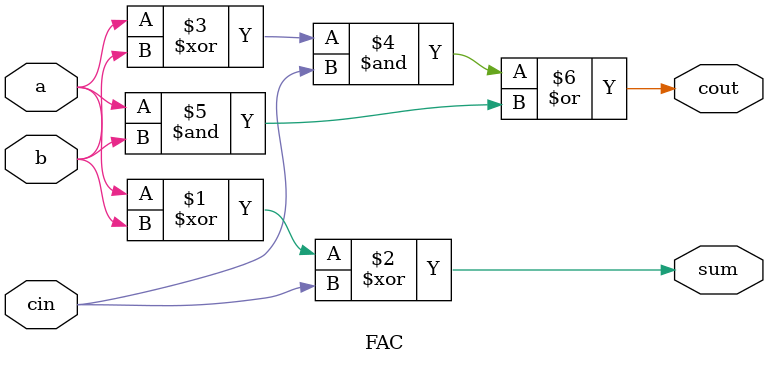
<source format=v>
module BCD_Adder(
input [11:0]in_1,
input [11:0]in_2,
output [15:0]out_1);

wire cout, x, y, z;
	
	BCD_2 f1(in_1[3:0],in_2[3:0],out_1[3:0],0,cout);
	BCD_2 f2(in_1[7:4],in_2[7:4],out_1[7:4],cout,x);
	BCD_2 f3(in_1[11:8],in_2[11:8],out_1[11:8],x,y);
	BCD_2 fS(0,0,out_1[15:12],y,z); 
endmodule

module BCD_2 (a, b, sum, cin, cout); 
input [3:0] a,b;
input cin;
output [3:0] sum;
output cout;
wire [3:0]corrout; wire [3:0]z; wire and1,and2,c_up,c_down;

RCA fa0(a, b, cin, z, c_up);

assign and1=z[3]&z[1];
assign and2=z[3]&z[2];
assign cout=c_up|and1|and2;
assign corrout[0]=0;           
assign corrout[1]=cout;
assign corrout[2]=cout;
assign corrout[3]=0;

RCA fa1(z, corrout, 0, sum, c_down); 

endmodule

module RCA(a, b, cin, sum, cout); 
input [3:0] a,b;
input cin;
output [3:0] sum;
output cout;
wire c1,c2,c3;

FAC fa0(a[0], b[0],cin, sum[0],c1);
FAC fa1(a[1], b[1], c1, sum[1],c2);
FAC fa2(a[2], b[2], c2, sum[2],c3);
FAC fa3(a[3], b[3], c3, sum[3],cout);

endmodule

module FAC(a,b,cin,sum, cout);
input a,b,cin;
output sum,cout;
assign sum=(a^b)^cin;
assign cout=((a^b)&cin)|(a&b);
endmodule



</source>
